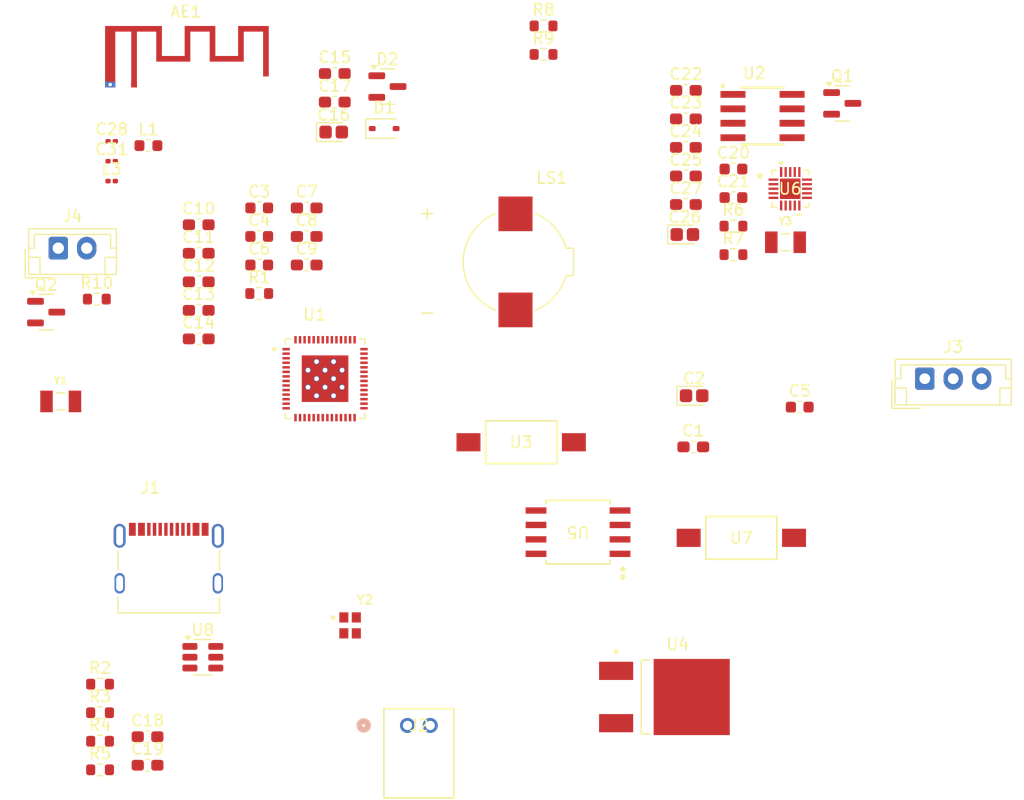
<source format=kicad_pcb>
(kicad_pcb (version 20241229) (generator "pcbnew") (generator_version "9.0")
  (layers (0 "F.Cu" signal) (2 "B.Cu" signal) (13 "F.Paste" user) (15 "B.Paste" user) (5 "F.SilkS" user "F.Silkscreen") (7 "B.SilkS" user "B.Silkscreen") (1 "F.Mask" user) (3 "B.Mask" user) (25 "Edge.Cuts" user))
  (net 0 "")
  (net 1 "VS")
  (net 2 "X1")
  (net 3 "X2")
  (net 4 "Net-(U6-1.8VOUT)")
  (net 5 "VCP")
  (net 6 "Net-(D3-A)")
  (net 7 "Net-(Q1-B)")
  (net 8 "Buzzer")
  (net 9 "SPI_WP")
  (net 14 "SPI_D")
  (net 28 "GND")
  (net 33 "VDD_SPI")
  (net 49 "MFP")
  (net 50 "SDA")
  (net 51 "SCL")
  (net 52 "WH")
  (net 53 "W")
  (net 54 "SPI_HD")
  (net 55 "SPI_CLK")
  (net 56 "SPI_Q")
  (net 57 "SPI_CS0")
  (net 59 "WL")
  (net 60 "U")
  (net 61 "DIAG")
  (net 62 "VL")
  (net 63 "VH")
  (net 64 "UH")
  (net 65 "UL")
  (net 66 "V")
  (net 67 "LNA_IN")
  (net 68 "Net-(AE1-A)")
  (net 69 "Net-(D4-A)")
  (net 70 "Net-(Q2-B)")
  (net 71 "Haptic")
  (net 72 "LED")
  (net 74 "XTAL32_P")
  (net 75 "XTAL32_N")
  (net 76 "Net-(C5-Pad2)")
  (net 77 "XTAL_N")
  (net 78 "+3.3V")
  (net 79 "XTAL_P")
  (net 80 "Net-(C12-Pad1)")
  (net 81 "Reset")
  (net 82 "Boot")
  (net 83 "+BATT")
  (net 84 "+5VA")
  (net 85 "USB_DP1")
  (net 86 "Net-(J1-CC1_B)")
  (net 87 "USB_DN1")
  (net 88 "Net-(J1-CC1_A)")
  (net 89 "USB_DN")
  (net 90 "USB_DP")
  (footprint "Package_TO_SOT_SMD:SOT-23" (layer "F.Cu") (at 126.215 41.145)
    (property "Reference" "Q2" (at 0 -2.4 0) (layer "F.SilkS"))
    (property "Value" "SS8050")
    (pad "1" smd roundrect (at -0.9375 -0.95) (size 1.475 0.6) (layers "F.Cu" "F.Mask" "F.Paste") (net 70 "Net-(Q2-B)"))
    (pad "2" smd roundrect (at -0.9375 0.95) (size 1.475 0.6) (layers "F.Cu" "F.Mask" "F.Paste") (net 28 "GND"))
    (pad "3" smd roundrect (at 0.9375 0) (size 1.475 0.6) (layers "F.Cu" "F.Mask" "F.Paste") (net 69 "Net-(D4-A)"))
  )
  (footprint "jst:CONN_S2B-PH-K-S_JST" (layer "F.Cu") (at 157.999999 77.5)
    (property "Reference" "J2" (at 1 0 0) (layer "F.SilkS"))
    (property "Value" "S2B-PH-K-SLFSN")
    (pad "1" thru_hole circle (at 0 0) (size 1.3208 1.3208) (drill 0.8128) (layers "*.Cu" "*.Mask") (net 83 "+BATT"))
    (pad "2" thru_hole circle (at 2.000001 0) (size 1.3208 1.3208) (drill 0.8128) (layers "*.Cu" "*.Mask") (net 28 "GND"))
  )
  (footprint "Capacitor_SMD:C_0603_1608Metric_Pad1.08x0.95mm_HandSolder" (layer "F.Cu") (at 135.1375 81)
    (property "Reference" "C19" (at 0 -1.43 0) (layer "F.SilkS"))
    (property "Value" "0.1 uF")
    (pad "1" smd roundrect (at -0.8625 0) (size 1.075 0.95) (layers "F.Cu" "F.Mask" "F.Paste") (net 81 "Reset"))
    (pad "2" smd roundrect (at 0.8625 0) (size 1.075 0.95) (layers "F.Cu" "F.Mask" "F.Paste") (net 28 "GND"))
  )
  (footprint "Capacitor_SMD:C_0603_1608Metric" (layer "F.Cu") (at 144.9575 34.49)
    (property "Reference" "C4" (at 0 -1.43 0) (layer "F.SilkS"))
    (property "Value" "15 pF")
    (pad "1" smd roundrect (at -0.775 0) (size 0.9 0.95) (layers "F.Cu" "F.Mask" "F.Paste") (net 75 "XTAL32_N"))
    (pad "2" smd roundrect (at 0.775 0) (size 0.9 0.95) (layers "F.Cu" "F.Mask" "F.Paste") (net 28 "GND"))
  )
  (footprint "Capacitor_SMD:C_0603_1608Metric_Pad1.08x0.95mm_HandSolder" (layer "F.Cu") (at 149.1375 37)
    (property "Reference" "C9" (at 0 -1.43 0) (layer "F.SilkS"))
    (property "Value" "0.1 uF")
    (pad "1" smd roundrect (at -0.8625 0) (size 1.075 0.95) (layers "F.Cu" "F.Mask" "F.Paste") (net 78 "+3.3V"))
    (pad "2" smd roundrect (at 0.8625 0) (size 1.075 0.95) (layers "F.Cu" "F.Mask" "F.Paste") (net 28 "GND"))
  )
  (footprint "Capacitor_SMD:C_0603_1608Metric_Pad1.08x0.95mm_HandSolder" (layer "F.Cu") (at 182.49 26.66)
    (property "Reference" "C24" (at 0 -1.43 0) (layer "F.SilkS"))
    (property "Value" "0.1 uF")
    (pad "1" smd roundrect (at -0.8625 0) (size 1.075 0.95) (layers "F.Cu" "F.Mask" "F.Paste") (net 1 "VS"))
    (pad "2" smd roundrect (at 0.8625 0) (size 1.075 0.95) (layers "F.Cu" "F.Mask" "F.Paste") (net 5 "VCP"))
  )
  (footprint "L78M05CDT_TR:VREG_L78M05CDT-TR" (layer "F.Cu") (at 180.6 75)
    (property "Reference" "U4" (at 1.175 -4.635 0) (layer "F.SilkS"))
    (property "Value" "L78M05CDT-TR")
    (pad "1" smd rect (at -4.25 -2.3) (size 3 1.6) (layers "F.Cu" "F.Mask" "F.Paste") (net 1 "VS"))
    (pad "2" smd rect (at 2.4 0) (size 6.7 6.7) (layers "F.Cu" "F.Mask") (net 28 "GND"))
    (pad "3" smd rect (at -4.25 2.3) (size 3 1.6) (layers "F.Cu" "F.Mask" "F.Paste") (net 78 "+3.3V"))
  )
  (footprint "Capacitor_SMD:C_0603_1608Metric_Pad1.08x0.95mm_HandSolder" (layer "F.Cu") (at 149.1375 34.49)
    (property "Reference" "C8" (at 0 -1.43 0) (layer "F.SilkS"))
    (property "Value" "0.1 uF")
    (pad "1" smd roundrect (at -0.8625 0) (size 1.075 0.95) (layers "F.Cu" "F.Mask" "F.Paste") (net 78 "+3.3V"))
    (pad "2" smd roundrect (at 0.8625 0) (size 1.075 0.95) (layers "F.Cu" "F.Mask" "F.Paste") (net 28 "GND"))
  )
  (footprint "Resistor_SMD:R_0603_1608Metric" (layer "F.Cu") (at 130.9575 78.89)
    (property "Reference" "R4" (at 0 -1.43 0) (layer "F.SilkS"))
    (property "Value" "5 K")
    (pad "1" smd roundrect (at -0.825 0) (size 0.8 0.95) (layers "F.Cu" "F.Mask" "F.Paste") (net 86 "Net-(J1-CC1_B)"))
    (pad "2" smd roundrect (at 0.825 0) (size 0.8 0.95) (layers "F.Cu" "F.Mask" "F.Paste") (net 28 "GND"))
  )
  (footprint "Connector_JST:JST_EH_B2B-EH-A_1x02_P2.50mm_Vertical" (layer "F.Cu") (at 127.285 35.52)
    (property "Reference" "J4" (at 1.25 -2.8 0) (layer "F.SilkS"))
    (property "Value" "Conn_01x02_Pin")
    (pad "1" thru_hole roundrect (at 0 0) (size 1.7 2) (drill 1) (layers "*.Cu" "*.Mask") (roundrect_rratio 0.147059) (net 69 "Net-(D4-A)"))
    (pad "2" thru_hole oval (at 2.5 0) (size 1.7 2) (drill 1) (layers "*.Cu" "*.Mask") (net 78 "+3.3V"))
  )
  (footprint "Capacitor_SMD:C_0603_1608Metric_Pad1.08x0.95mm_HandSolder" (layer "F.Cu") (at 135.1375 78.49)
    (property "Reference" "C18" (at 0 -1.43 0) (layer "F.SilkS"))
    (property "Value" "0.1 uF")
    (pad "1" smd roundrect (at -0.8625 0) (size 1.075 0.95) (layers "F.Cu" "F.Mask" "F.Paste") (net 82 "Boot"))
    (pad "2" smd roundrect (at 0.8625 0) (size 1.075 0.95) (layers "F.Cu" "F.Mask" "F.Paste") (net 28 "GND"))
  )
  (footprint "Capacitor_SMD:C_0603_1608Metric_Pad1.08x0.95mm_HandSolder" (layer "F.Cu") (at 182.49 21.64)
    (property "Reference" "C22" (at 0 -1.43 0) (layer "F.SilkS"))
    (property "Value" "0.1 uF")
    (pad "1" smd roundrect (at -0.8625 0) (size 1.075 0.95) (layers "F.Cu" "F.Mask" "F.Paste") (net 4 "Net-(U6-1.8VOUT)"))
    (pad "2" smd roundrect (at 0.8625 0) (size 1.075 0.95) (layers "F.Cu" "F.Mask" "F.Paste") (net 28 "GND"))
  )
  (footprint "Capacitor_Tantalum_SMD:CP_EIA-1608-08_AVX-J" (layer "F.Cu") (at 151.51 25.31)
    (property "Reference" "C16" (at 0 -1.52 0) (layer "F.SilkS"))
    (property "Value" "10 uF")
    (pad "1" smd roundrect (at -0.715 0) (size 1.09 1.13) (layers "F.Cu" "F.Mask" "F.Paste") (roundrect_rratio 0.229358) (net 78 "+3.3V"))
    (pad "2" smd roundrect (at 0.715 0) (size 1.09 1.13) (layers "F.Cu" "F.Mask" "F.Paste") (roundrect_rratio 0.229358) (net 28 "GND"))
  )
  (footprint "Resistor_SMD:R_0603_1608Metric" (layer "F.Cu") (at 130.9575 81.4)
    (property "Reference" "R5" (at 0 -1.43 0) (layer "F.SilkS"))
    (property "Value" "5 K")
    (pad "1" smd roundrect (at -0.825 0) (size 0.8 0.95) (layers "F.Cu" "F.Mask" "F.Paste") (net 28 "GND"))
    (pad "2" smd roundrect (at 0.825 0) (size 0.8 0.95) (layers "F.Cu" "F.Mask" "F.Paste") (net 88 "Net-(J1-CC1_A)"))
  )
  (footprint "Package_TO_SOT_SMD:SOT-23-6" (layer "F.Cu") (at 140 71.5)
    (property "Reference" "U8" (at 0 -2.4 0) (layer "F.SilkS"))
    (property "Value" "USBLC6-2SC6")
    (pad "1" smd roundrect (at -1.1375 -0.95) (size 1.325 0.6) (layers "F.Cu" "F.Mask" "F.Paste") (net 90 "USB_DP"))
    (pad "2" smd roundrect (at -1.1375 0) (size 1.325 0.6) (layers "F.Cu" "F.Mask" "F.Paste") (net 28 "GND"))
    (pad "3" smd roundrect (at -1.1375 0.95) (size 1.325 0.6) (layers "F.Cu" "F.Mask" "F.Paste") (net 89 "USB_DN"))
    (pad "4" smd roundrect (at 1.1375 0.95) (size 1.325 0.6) (layers "F.Cu" "F.Mask" "F.Paste") (net 87 "USB_DN1"))
    (pad "5" smd roundrect (at 1.1375 0) (size 1.325 0.6) (layers "F.Cu" "F.Mask" "F.Paste") (net 84 "+5VA"))
    (pad "6" smd roundrect (at 1.1375 -0.95) (size 1.325 0.6) (layers "F.Cu" "F.Mask" "F.Paste") (net 85 "USB_DP1"))
  )
  (footprint "CX2016DB40000D0FLJCC:OSC_CX2016DB40000D0FLJCC" (layer "F.Cu") (at 152.95 68.7)
    (property "Reference" "Y2" (at 1.3 -2.25 0) (layer "F.SilkS") (effects (font (size 0.787402 0.787402))))
    (property "Value" "CX2016DB40000D0FLJCC")
    (pad "1" smd rect (at -0.55 -0.7) (size 0.8 0.9) (layers "F.Cu" "F.Mask" "F.Paste") (net 76 "Net-(C5-Pad2)"))
    (pad "2" smd rect (at -0.55 0.7) (size 0.8 0.9) (layers "F.Cu" "F.Mask" "F.Paste") (net 28 "GND"))
    (pad "3" smd rect (at 0.55 0.7) (size 0.8 0.9) (layers "F.Cu" "F.Mask" "F.Paste") (net 77 "XTAL_N"))
    (pad "4" smd rect (at 0.55 -0.7) (size 0.8 0.9) (layers "F.Cu" "F.Mask" "F.Paste"))
  )
  (footprint "mx flash:SOP8_200MIL_MAC-M" (layer "F.Cu") (at 173 60.5 180)
    (property "Reference" "U5" (at 0 0 180) (layer "F.SilkS"))
    (property "Value" "MX25L6433FM2I-08Q")
    (fp_text user "*" (at -3.9497 -3.6068 0) (layer "F.SilkS"))
    (fp_text user "*" (at -3.9497 -3.6068 180) (layer "F.SilkS"))
    (pad "1" smd rect (at -3.6957 -1.905 180) (size 1.8288 0.5588) (layers "F.Cu" "F.Mask" "F.Paste") (net 57 "SPI_CS0"))
    (pad "2" smd rect (at -3.6957 -0.635 180) (size 1.8288 0.5588) (layers "F.Cu" "F.Mask" "F.Paste") (net 56 "SPI_Q"))
    (pad "3" smd rect (at -3.6957 0.635 180) (size 1.8288 0.5588) (layers "F.Cu" "F.Mask" "F.Paste") (net 9 "SPI_WP"))
    (pad "4" smd rect (at -3.6957 1.905 180) (size 1.8288 0.5588) (layers "F.Cu" "F.Mask" "F.Paste") (net 28 "GND"))
    (pad "5" smd rect (at 3.6957 1.905 180) (size 1.8288 0.5588) (layers "F.Cu" "F.Mask" "F.Paste") (net 14 "SPI_D"))
    (pad "6" smd rect (at 3.6957 0.635 180) (size 1.8288 0.5588) (layers "F.Cu" "F.Mask" "F.Paste") (net 55 "SPI_CLK"))
    (pad "7" smd rect (at 3.6957 -0.635 180) (size 1.8288 0.5588) (layers "F.Cu" "F.Mask" "F.Paste") (net 54 "SPI_HD"))
    (pad "8" smd rect (at 3.6957 -1.905 180) (size 1.8288 0.5588) (layers "F.Cu" "F.Mask" "F.Paste") (net 33 "VDD_SPI"))
  )
  (footprint "12402012E212A:AMPHENOL_12402012E212A" (layer "F.Cu") (at 137 65)
    (property "Reference" "J1" (at -1.62 -8.405 0) (layer "F.SilkS"))
    (property "Value" "12402012E212A")
    (pad "" np_thru_hole circle (at -2.89 -3.68) (size 0.65 0.65) (drill 0.65) (layers "*.Cu" "*.Mask"))
    (pad "" np_thru_hole circle (at 2.89 -3.68) (size 0.65 0.65) (drill 0.65) (layers "*.Cu" "*.Mask"))
    (pad "A1_B12" smd rect (at -3.2 -4.75) (size 0.6 1.14) (layers "F.Cu" "F.Mask" "F.Paste") (net 28 "GND"))
    (pad "A4_B9" smd rect (at -2.4 -4.75) (size 0.6 1.14) (layers "F.Cu" "F.Mask" "F.Paste") (net 84 "+5VA"))
    (pad "A5" smd rect (at -1.25 -4.75) (size 0.3 1.14) (layers "F.Cu" "F.Mask" "F.Paste") (net 88 "Net-(J1-CC1_A)"))
    (pad "A6" smd rect (at -0.25 -4.75) (size 0.3 1.14) (layers "F.Cu" "F.Mask" "F.Paste") (net 85 "USB_DP1"))
    (pad "A7" smd rect (at 0.25 -4.75) (size 0.3 1.14) (layers "F.Cu" "F.Mask" "F.Paste") (net 87 "USB_DN1"))
    (pad "A8" smd rect (at 1.25 -4.75) (size 0.3 1.14) (layers "F.Cu" "F.Mask" "F.Paste"))
    (pad "B1_A12" smd rect (at 3.2 -4.75) (size 0.6 1.14) (layers "F.Cu" "F.Mask" "F.Paste") (net 28 "GND"))
    (pad "B4_A9" smd rect (at 2.4 -4.75) (size 0.6 1.14) (layers "F.Cu" "F.Mask" "F.Paste") (net 84 "+5VA"))
    (pad "B5" smd rect (at 1.75 -4.75) (size 0.3 1.14) (layers "F.Cu" "F.Mask" "F.Paste") (net 86 "Net-(J1-CC1_B)"))
    (pad "B6" smd rect (at 0.75 -4.75) (size 0.3 1.14) (layers "F.Cu" "F.Mask" "F.Paste") (net 85 "USB_DP1"))
    (pad "B7" smd rect (at -0.75 -4.75) (size 0.3 1.14) (layers "F.Cu" "F.Mask" "F.Paste") (net 87 "USB_DN1"))
    (pad "B8" smd rect (at -1.75 -4.75) (size 0.3 1.14) (layers "F.Cu" "F.Mask" "F.Paste"))
    (pad "SH1" thru_hole oval (at -4.32 -4.18) (size 1.05 2.1) (drill oval 0.6 1.7) (layers "*.Cu" "*.Mask"))
    (pad "SH2" thru_hole oval (at 4.32 -4.18) (size 1.05 2.1) (drill oval 0.6 1.7) (layers "*.Cu" "*.Mask"))
    (pad "SH3" thru_hole oval (at -4.32 0) (size 0.9 1.8) (drill oval 0.6 1.4) (layers "*.Cu" "*.Mask"))
    (pad "SH4" thru_hole oval (at 4.32 0) (size 0.9 1.8) (drill oval 0.6 1.4) (layers "*.Cu" "*.Mask"))
  )
  (footprint "Capacitor_SMD:C_0603_1608Metric" (layer "F.Cu") (at 192.5 49.5)
    (property "Reference" "C5" (at 0 -1.43 0) (layer "F.SilkS"))
    (property "Value" "6 pF")
    (pad "1" smd roundrect (at -0.775 0) (size 0.9 0.95) (layers "F.Cu" "F.Mask" "F.Paste") (net 28 "GND"))
    (pad "2" smd roundrect (at 0.775 0) (size 0.9 0.95) (layers "F.Cu" "F.Mask" "F.Paste") (net 76 "Net-(C5-Pad2)"))
  )
  (footprint "tcm6300:21-100586_K2033&plus_1C_ADI-M" (layer "F.Cu") (at 191.6642 30.2942)
    (property "Reference" "U6" (at 0 0 0) (layer "F.SilkS"))
    (property "Value" "TMC6300-LA-T")
    (fp_text user "*" (at -2.6924 -0.8 0) (layer "F.SilkS"))
    (fp_text user "*" (at -2.6924 -0.8 0) (layer "F.SilkS"))
    (pad "1" smd rect (at -1.4732 -0.800001 90) (size 0.2032 0.8636) (layers "F.Cu" "F.Mask" "F.Paste") (net 53 "W"))
    (pad "2" smd rect (at -1.4732 -0.399999 90) (size 0.2032 0.8636) (layers "F.Cu" "F.Mask" "F.Paste") (net 5 "VCP"))
    (pad "3" smd rect (at -1.4732 0 90) (size 0.2032 0.8636) (layers "F.Cu" "F.Mask" "F.Paste") (net 64 "UH"))
    (pad "4" smd rect (at -1.4732 0.399999 90) (size 0.2032 0.8636) (layers "F.Cu" "F.Mask" "F.Paste") (net 63 "VH"))
    (pad "5" smd rect (at -1.4732 0.800001 90) (size 0.2032 0.8636) (layers "F.Cu" "F.Mask" "F.Paste") (net 52 "WH"))
    (pad "6" smd rect (at -0.800001 1.4732) (size 0.2032 0.8636) (layers "F.Cu" "F.Mask" "F.Paste") (net 65 "UL"))
    (pad "7" smd rect (at -0.399999 1.4732) (size 0.2032 0.8636) (layers "F.Cu" "F.Mask" "F.Paste") (net 59 "WL"))
    (pad "8" smd rect (at 0 1.4732) (size 0.2032 0.8636) (layers "F.Cu" "F.Mask" "F.Paste") (net 28 "GND"))
    (pad "9" smd rect (at 0.399999 1.4732) (size 0.2032 0.8636) (layers "F.Cu" "F.Mask" "F.Paste") (net 28 "GND"))
    (pad "10" smd rect (at 0.800001 1.4732) (size 0.2032 0.8636) (layers "F.Cu" "F.Mask" "F.Paste") (net 62 "VL"))
    (pad "11" smd rect (at 1.4732 0.800001 90) (size 0.2032 0.8636) (layers "F.Cu" "F.Mask" "F.Paste") (net 78 "+3.3V"))
    (pad "12" smd rect (at 1.4732 0.399999 90) (size 0.2032 0.8636) (layers "F.Cu" "F.Mask" "F.Paste") (net 61 "DIAG"))
    (pad "13" smd rect (at 1.4732 0 90) (size 0.2032 0.8636) (layers "F.Cu" "F.Mask" "F.Paste") (net 4 "Net-(U6-1.8VOUT)"))
    (pad "14" smd rect (at 1.4732 -0.399999 90) (size 0.2032 0.8636) (layers "F.Cu" "F.Mask" "F.Paste") (net 28 "GND"))
    (pad "15" smd rect (at 1.4732 -0.800001 90) (size 0.2032 0.8636) (layers "F.Cu" "F.Mask" "F.Paste") (net 60 "U"))
    (pad "16" smd rect (at 0.800001 -1.4732) (size 0.2032 0.8636) (layers "F.Cu" "F.Mask" "F.Paste") (net 28 "GND"))
    (pad "17" smd rect (at 0.399999 -1.4732) (size 0.2032 0.8636) (layers "F.Cu" "F.Mask" "F.Paste") (net 66 "V"))
    (pad "18" smd rect (at 0 -1.4732) (size 0.2032 0.8636) (layers "F.Cu" "F.Mask" "F.Paste") (net 1 "VS"))
    (pad "19" smd rect (at -0.399999 -1.4732) (size 0.2032 0.8636) (layers "F.Cu" "F.Mask" "F.Paste"))
    (pad "20" smd rect (at -0.800001 -1.4732) (size 0.2032 0.8636) (layers "F.Cu" "F.Mask" "F.Paste") (net 28 "GND"))
    (pad "21" smd rect (at 0 0) (size 1.8034 1.8034) (layers "F.Cu" "F.Mask" "F.Paste") (net 28 "GND"))
  )
  (footprint "Capacitor_SMD:C_0603_1608Metric_Pad1.08x0.95mm_HandSolder" (layer "F.Cu") (at 182.49 29.17)
    (property "Reference" "C25" (at 0 -1.43 0) (layer "F.SilkS"))
    (property "Value" "0.1 uF")
    (pad "1" smd roundrect (at -0.8625 0) (size 1.075 0.95) (layers "F.Cu" "F.Mask" "F.Paste") (net 1 "VS"))
    (pad "2" smd roundrect (at 0.8625 0) (size 1.075 0.95) (layers "F.Cu" "F.Mask" "F.Paste") (net 28 "GND"))
  )
  (footprint "MCP7940MT_I_SN:SOIC127P600X175-8N" (layer "F.Cu") (at 189.2285 23.8985)
    (property "Reference" "U2" (at -0.732 -3.77031 0) (layer "F.SilkS") (effects (font (size 1.00274 1.00274))))
    (property "Value" "MCP7940MT-I_SN")
    (pad "1" smd rect (at -2.6 -1.905) (size 2.2 0.6) (layers "F.Cu" "F.Mask" "F.Paste") (net 2 "X1"))
    (pad "2" smd rect (at -2.6 -0.635) (size 2.2 0.6) (layers "F.Cu" "F.Mask" "F.Paste") (net 3 "X2"))
    (pad "3" smd rect (at -2.6 0.635) (size 2.2 0.6) (layers "F.Cu" "F.Mask" "F.Paste"))
    (pad "4" smd rect (at -2.6 1.905) (size 2.2 0.6) (layers "F.Cu" "F.Mask" "F.Paste") (net 28 "GND"))
    (pad "5" smd rect (at 2.6 1.905) (size 2.2 0.6) (layers "F.Cu" "F.Mask" "F.Paste") (net 50 "SDA"))
    (pad "6" smd rect (at 2.6 0.635) (size 2.2 0.6) (layers "F.Cu" "F.Mask" "F.Paste") (net 51 "SCL"))
    (pad "7" smd rect (at 2.6 -0.635) (size 2.2 0.6) (layers "F.Cu" "F.Mask" "F.Paste") (net 49 "MFP"))
    (pad "8" smd rect (at 2.6 -1.905) (size 2.2 0.6) (layers "F.Cu" "F.Mask" "F.Paste") (net 78 "+3.3V"))
  )
  (footprint "Diode_SMD:D_SOD-323" (layer "F.Cu") (at 155.95 25)
    (property "Reference" "D1" (at 0 -1.85 0) (layer "F.SilkS"))
    (property "Value" "SD03_SOD323")
    (pad "1" smd roundrect (at -1.05 0) (size 0.6 0.45) (layers "F.Cu" "F.Mask" "F.Paste") (net 28 "GND"))
    (pad "2" smd roundrect (at 1.05 0) (size 0.6 0.45) (layers "F.Cu" "F.Mask" "F.Paste") (net 78 "+3.3V"))
  )
  (footprint "Capacitor_SMD:C_0603_1608Metric_Pad1.08x0.95mm_HandSolder" (layer "F.Cu") (at 139.6375 40.99)
    (property "Reference" "C13" (at 0 -1.43 0) (layer "F.SilkS"))
    (property "Value" "10 nF")
    (pad "1" smd roundrect (at -0.8625 0) (size 1.075 0.95) (layers "F.Cu" "F.Mask" "F.Paste") (net 78 "+3.3V"))
    (pad "2" smd roundrect (at 0.8625 0) (size 1.075 0.95) (layers "F.Cu" "F.Mask" "F.Paste") (net 28 "GND"))
  )
  (footprint "FSMSMTR:SWITCH_FSMSMTR_TYC" (layer "F.Cu") (at 182.729 61)
    (property "Reference" "U7" (at 4.6355 0 0) (layer "F.SilkS"))
    (property "Value" "FSMSMTR")
    (pad "1" smd rect (at 0 0) (size 2.1082 1.6002) (layers "F.Cu" "F.Mask" "F.Paste") (net 28 "GND"))
    (pad "2" smd rect (at 9.271 0) (size 2.1082 1.6002) (layers "F.Cu" "F.Mask" "F.Paste") (net 81 "Reset"))
  )
  (footprint "FSMSMTR:SWITCH_FSMSMTR_TYC" (layer "F.Cu") (at 163.3645 52.589799)
    (property "Reference" "U3" (at 4.6355 0 0) (layer "F.SilkS"))
    (property "Value" "FSMSMTR")
    (pad "1" smd rect (at 0 0) (size 2.1082 1.6002) (layers "F.Cu" "F.Mask" "F.Paste") (net 28 "GND"))
    (pad "2" smd rect (at 9.271 0) (size 2.1082 1.6002) (layers "F.Cu" "F.Mask" "F.Paste") (net 82 "Boot"))
  )
  (footprint "Capacitor_SMD:C_0603_1608Metric_Pad1.08x0.95mm_HandSolder" (layer "F.Cu") (at 139.6375 38.48)
    (property "Reference" "C12" (at 0 -1.43 0) (layer "F.SilkS"))
    (property "Value" "0.1 uF")
    (pad "1" smd roundrect (at -0.8625 0) (size 1.075 0.95) (layers "F.Cu" "F.Mask" "F.Paste") (net 80 "Net-(C12-Pad1)"))
    (pad "2" smd roundrect (at 0.8625 0) (size 1.075 0.95) (layers "F.Cu" "F.Mask" "F.Paste") (net 28 "GND"))
  )
  (footprint "Resistor_SMD:R_0603_1608Metric" (layer "F.Cu") (at 144.9575 39.51)
    (property "Reference" "R1" (at 0 -1.43 0) (layer "F.SilkS"))
    (property "Value" "0")
    (pad "1" smd roundrect (at -0.825 0) (size 0.8 0.95) (layers "F.Cu" "F.Mask" "F.Paste") (net 76 "Net-(C5-Pad2)"))
    (pad "2" smd roundrect (at 0.825 0) (size 0.8 0.95) (layers "F.Cu" "F.Mask" "F.Paste") (net 79 "XTAL_P"))
  )
  (footprint "Capacitor_SMD:C_0603_1608Metric_Pad1.08x0.95mm_HandSolder" (layer "F.Cu") (at 139.6375 43.5)
    (property "Reference" "C14" (at 0 -1.43 0) (layer "F.SilkS"))
    (property "Value" "1 uF")
    (pad "1" smd roundrect (at -0.8625 0) (size 1.075 0.95) (layers "F.Cu" "F.Mask" "F.Paste") (net 78 "+3.3V"))
    (pad "2" smd roundrect (at 0.8625 0) (size 1.075 0.95) (layers "F.Cu" "F.Mask" "F.Paste") (net 28 "GND"))
  )
  (footprint "Capacitor_SMD:C_0603_1608Metric_Pad1.08x0.95mm_HandSolder" (layer "F.Cu") (at 149.1375 31.98)
    (property "Reference" "C7" (at 0 -1.43 0) (layer "F.SilkS"))
    (property "Value" "0.1 uF")
    (pad "1" smd roundrect (at -0.8625 0) (size 1.075 0.95) (layers "F.Cu" "F.Mask" "F.Paste") (net 33 "VDD_SPI"))
    (pad "2" smd roundrect (at 0.8625 0) (size 1.075 0.95) (layers "F.Cu" "F.Mask" "F.Paste") (net 28 "GND"))
  )
  (footprint "Inductor_SMD:L_0603_1608Metric" (layer "F.Cu") (at 135.2125 26.5)
    (property "Reference" "L1" (at 0 -1.43 0) (layer "F.SilkS"))
    (property "Value" "2.0 nH")
    (pad "1" smd roundrect (at -0.7875 0) (size 0.875 0.95) (layers "F.Cu" "F.Mask" "F.Paste") (net 78 "+3.3V"))
    (pad "2" smd roundrect (at 0.7875 0) (size 0.875 0.95) (layers "F.Cu" "F.Mask" "F.Paste") (net 80 "Net-(C12-Pad1)"))
  )
  (footprint "Resistor_SMD:R_0603_1608Metric" (layer "F.Cu") (at 186.67 36.09)
    (property "Reference" "R7" (at 0 -1.43 0) (layer "F.SilkS"))
    (property "Value" "10K")
    (pad "1" smd roundrect (at -0.825 0) (size 0.8 0.95) (layers "F.Cu" "F.Mask" "F.Paste") (net 50 "SDA"))
    (pad "2" smd roundrect (at 0.825 0) (size 0.8 0.95) (layers "F.Cu" "F.Mask" "F.Paste") (net 78 "+3.3V"))
  )
  (footprint "SMTB_0927_TW_R(1):XDCR_SMTB-0927-TW-R" (layer "F.Cu") (at 167.5 36.725)
    (property "Reference" "LS1" (at 3.175 -7.385 0) (layer "F.SilkS"))
    (property "Value" "SMTB-0927-TW-R")
    (pad "N" smd rect (at 0 4.225) (size 3 3.05) (layers "F.Cu" "F.Mask" "F.Paste") (net 6 "Net-(D3-A)"))
    (pad "P" smd rect (at 0 -4.225) (size 3 3.05) (layers "F.Cu" "F.Mask" "F.Paste") (net 78 "+3.3V"))
  )
  (footprint "Capacitor_Tantalum_SMD:CP_EIA-1608-08_AVX-J" (layer "F.Cu") (at 183.215 48.5)
    (property "Reference" "C2" (at 0 -1.52 0) (layer "F.SilkS"))
    (property "Value" "10 uF")
    (pad "1" smd roundrect (at -0.715 0) (size 1.09 1.13) (layers "F.Cu" "F.Mask" "F.Paste") (roundrect_rratio 0.229358) (net 78 "+3.3V"))
    (pad "2" smd roundrect (at 0.715 0) (size 1.09 1.13) (layers "F.Cu" "F.Mask" "F.Paste") (roundrect_rratio 0.229358) (net 28 "GND"))
  )
  (footprint "Capacitor_SMD:C_0603_1608Metric_Pad1.08x0.95mm_HandSolder" (layer "F.Cu") (at 151.605 20.16)
    (property "Reference" "C15" (at 0 -1.43 0) (layer "F.SilkS"))
    (property "Value" "0.1 uF")
    (pad "1" smd roundrect (at -0.8625 0) (size 1.075 0.95) (layers "F.Cu" "F.Mask" "F.Paste") (net 78 "+3.3V"))
    (pad "2" smd roundrect (at 0.8625 0) (size 1.075 0.95) (layers "F.Cu" "F.Mask" "F.Paste") (net 28 "GND"))
  )
  (footprint "Inductor_SMD:L_0201_0603Metric" (layer "F.Cu") (at 131.9825 29.62)
    (property "Reference" "L3" (at 0 -1.05 0) (layer "F.SilkS"))
    (property "Value" "2.4 nH")
    (pad "1" smd roundrect (at -0.32 0) (size 0.46 0.4) (layers "F.Cu" "F.Mask") (net 68 "Net-(AE1-A)"))
    (pad "2" smd roundrect (at 0.32 0) (size 0.46 0.4) (layers "F.Cu" "F.Mask") (net 67 "LNA_IN"))
  )
  (footprint "RF_Antenna:Texas_SWRA117D_2.4GHz_Right" (layer "F.Cu") (at 133.95 21.125)
    (property "Reference" "AE1" (at 4.55 -6.41 0) (layer "F.SilkS"))
    (property "Value" "Antenna_Shield")
    (fp_poly (pts (xy 2.45 -2.51) (xy 4.45 -2.51) (xy 4.45 -5.15) (xy 7.15 -5.15) (xy 7.15 -2.51) (xy 9.15 -2.51) (xy 9.15 -5.15) (xy 11.85 -5.15) (xy 11.85 -0.71) (xy 11.35 -0.71) (xy 11.35 -4.65) (xy 9.65 -4.65) (xy 9.65 -2.01) (xy 6.65 -2.01) (xy 6.65 -4.65) (xy 4.95 -4.65) (xy 4.95 -2.01) (xy 1.95 -2.01) (xy 1.95 -4.65) (xy 0.25 -4.65) (xy 0.25 0.25) (xy -0.25 0.25) (xy -0.25 -4.65) (xy -1.65 -4.65) (xy -1.65 0.25) (xy -2.55 0.25) (xy -2.55 0.006785) (xy -2.247583 0.006785) (xy -2.237742 0.054395) (xy -2.213674 0.096797) (xy -2.175731 0.129581) (xy -2.167819 0.133935) (xy -2.125156 0.146043) (xy -2.076637 0.1453) (xy -2.031122 0.1324) (xy -2.012511 0.121787) (xy -1.978868 0.086553) (xy -1.958309 0.041368) (xy -1.951778 -0.008158) (xy -1.960218 -0.056417) (xy -1.977112 -0.088643) (xy -2.012372 -0.121313) (xy -2.057682 -0.141408) (xy -2.107267 -0.147982) (xy -2.155353 -0.140092) (xy -2.188245 -0.123186) (xy -2.223185 -0.086416) (xy -2.242847 -0.041622) (xy -2.247583 0.006785) (xy -2.55 0.006785) (xy -2.55 -5.15) (xy 2.45 -5.15) (xy 2.45 -2.51)) (fill yes) (layer "F.Cu"))
    (pad "1" connect rect (at 0 0) (size 0.5 0.5) (layers "F.Cu") (net 68 "Net-(AE1-A)"))
    (pad "2" thru_hole rect (at -2.1 0) (size 0.9 0.5) (drill 0.3) (layers "*.Cu") (net 28 "GND"))
  )
  (footprint "Capacitor_SMD:C_0603_1608Metric" (layer "F.Cu") (at 186.67 28.56)
    (property "Reference" "C20" (at 0 -1.43 0) (layer "F.SilkS"))
    (property "Value" "15 pF")
    (pad "1" smd roundrect (at -0.775 0) (size 0.9 0.95) (layers "F.Cu" "F.Mask" "F.Paste") (net 2 "X1"))
    (pad "2" smd roundrect (at 0.775 0) (size 0.9 0.95) (layers "F.Cu" "F.Mask" "F.Paste") (net 28 "GND"))
  )
  (footprint "Package_TO_SOT_SMD:SOT-23" (layer "F.Cu") (at 156.235 21.305)
    (property "Reference" "D2" (at 0 -2.4 0) (layer "F.SilkS"))
    (property "Value" "BAT54C")
    (pad "1" smd roundrect (at -0.9375 -0.95) (size 1.475 0.6) (layers "F.Cu" "F.Mask" "F.Paste") (net 83 "+BATT"))
    (pad "2" smd roundrect (at -0.9375 0.95) (size 1.475 0.6) (layers "F.Cu" "F.Mask" "F.Paste") (net 84 "+5VA"))
    (pad "3" smd roundrect (at 0.9375 0) (size 1.475 0.6) (layers "F.Cu" "F.Mask" "F.Paste") (net 1 "VS"))
  )
  (footprint "Resistor_SMD:R_0603_1608Metric" (layer "F.Cu") (at 130.9575 73.87)
    (property "Reference" "R2" (at 0 -1.43 0) (layer "F.SilkS"))
    (property "Value" "5 K")
    (pad "1" smd roundrect (at -0.825 0) (size 0.8 0.95) (layers "F.Cu" "F.Mask" "F.Paste") (net 78 "+3.3V"))
    (pad "2" smd roundrect (at 0.825 0) (size 0.8 0.95) (layers "F.Cu" "F.Mask" "F.Paste") (net 82 "Boot"))
  )
  (footprint "Resistor_SMD:R_0603_1608Metric" (layer "F.Cu") (at 169.9675 15.97)
    (property "Reference" "R8" (at 0 -1.43 0) (layer "F.SilkS"))
    (property "Value" "10K")
    (pad "1" smd roundrect (at -0.825 0) (size 0.8 0.95) (layers "F.Cu" "F.Mask" "F.Paste") (net 51 "SCL"))
    (pad "2" smd roundrect (at 0.825 0) (size 0.8 0.95) (layers "F.Cu" "F.Mask" "F.Paste") (net 78 "+3.3V"))
  )
  (footprint "Resistor_SMD:R_0603_1608Metric" (layer "F.Cu") (at 186.67 33.58)
    (property "Reference" "R6" (at 0 -1.43 0) (layer "F.SilkS"))
    (property "Value" "5 K")
    (pad "1" smd roundrect (at -0.825 0) (size 0.8 0.95) (layers "F.Cu" "F.Mask" "F.Paste") (net 7 "Net-(Q1-B)"))
    (pad "2" smd roundrect (at 0.825 0) (size 0.8 0.95) (layers "F.Cu" "F.Mask" "F.Paste") (net 8 "Buzzer"))
  )
  (footprint "Capacitor_SMD:C_0603_1608Metric_Pad1.08x0.95mm_HandSolder" (layer "F.Cu") (at 139.6375 33.46)
    (property "Reference" "C10" (at 0 -1.43 0) (layer "F.SilkS"))
    (property "Value" "0.1 uF")
    (pad "1" smd roundrect (at -0.8625 0) (size 1.075 0.95) (layers "F.Cu" "F.Mask" "F.Paste") (net 78 "+3.3V"))
    (pad "2" smd roundrect (at 0.8625 0) (size 1.075 0.95) (layers "F.Cu" "F.Mask" "F.Paste") (net 28 "GND"))
  )
  (footprint "Capacitor_SMD:C_0603_1608Metric_Pad1.08x0.95mm_HandSolder" (layer "F.Cu") (at 139.6375 35.97)
    (property "Reference" "C11" (at 0 -1.43 0) (layer "F.SilkS"))
    (property "Value" "1 uF")
    (pad "1" smd roundrect (at -0.8625 0) (size 1.075 0.95) (layers "F.Cu" "F.Mask" "F.Paste") (net 78 "+3.3V"))
    (pad "2" smd roundrect (at 0.8625 0) (size 1.075 0.95) (layers "F.Cu" "F.Mask" "F.Paste") (net 28 "GND"))
  )
  (footprint "Capacitor_SMD:C_0201_0603Metric" (layer "F.Cu") (at 131.9825 26.12)
    (property "Reference" "C28" (at 0 -1.05 0) (layer "F.SilkS"))
    (property "Value" "1.8 pF")
    (pad "1" smd roundrect (at -0.32 0) (size 0.46 0.4) (layers "F.Cu" "F.Mask") (net 28 "GND"))
    (pad "2" smd roundrect (at 0.32 0) (size 0.46 0.4) (layers "F.Cu" "F.Mask") (net 68 "Net-(AE1-A)"))
  )
  (footprint "Resistor_SMD:R_0603_1608Metric" (layer "F.Cu") (at 130.675 40)
    (property "Reference" "R10" (at 0 -1.43 0) (layer "F.SilkS"))
    (property "Value" "5 K")
    (pad "1" smd roundrect (at -0.825 0) (size 0.8 0.95) (layers "F.Cu" "F.Mask" "F.Paste") (net 70 "Net-(Q2-B)"))
    (pad "2" smd roundrect (at 0.825 0) (size 0.8 0.95) (layers "F.Cu" "F.Mask" "F.Paste") (net 71 "Haptic"))
  )
  (footprint "ESP32_S3:IC_ESP32-S3" (layer "F.Cu") (at 150.75 47)
    (property "Reference" "U1" (at -0.925 -5.635 0) (layer "F.SilkS"))
    (property "Value" "ESP32-S3")
    (pad "1" smd rect (at -3.425 -2.6) (size 0.65 0.22) (layers "F.Cu" "F.Paste") (net 67 "LNA_IN"))
    (pad "2" smd rect (at -3.425 -2.2) (size 0.65 0.22) (layers "F.Cu" "F.Paste") (net 78 "+3.3V"))
    (pad "3" smd rect (at -3.425 -1.8) (size 0.65 0.22) (layers "F.Cu" "F.Paste") (net 78 "+3.3V"))
    (pad "4" smd rect (at -3.425 -1.4) (size 0.65 0.22) (layers "F.Cu" "F.Paste") (net 81 "Reset"))
    (pad "5" smd rect (at -3.425 -1) (size 0.65 0.22) (layers "F.Cu" "F.Paste") (net 82 "Boot"))
    (pad "6" smd rect (at -3.425 -0.6) (size 0.65 0.22) (layers "F.Cu" "F.Paste") (net 72 "LED"))
    (pad "7" smd rect (at -3.425 -0.2) (size 0.65 0.22) (layers "F.Cu" "F.Paste") (net 51 "SCL"))
    (pad "8" smd rect (at -3.425 0.2) (size 0.65 0.22) (layers "F.Cu" "F.Paste") (net 50 "SDA"))
    (pad "9" smd rect (at -3.425 0.6) (size 0.65 0.22) (layers "F.Cu" "F.Paste") (net 49 "MFP"))
    (pad "10" smd rect (at -3.425 1) (size 0.65 0.22) (layers "F.Cu" "F.Paste"))
    (pad "11" smd rect (at -3.425 1.4) (size 0.65 0.22) (layers "F.Cu" "F.Paste"))
    (pad "12" smd rect (at -3.425 1.8) (size 0.65 0.22) (layers "F.Cu" "F.Paste"))
    (pad "13" smd rect (at -3.425 2.2) (size 0.65 0.22) (layers "F.Cu" "F.Paste"))
    (pad "14" smd rect (at -3.425 2.6) (size 0.65 0.22) (layers "F.Cu" "F.Paste"))
    (pad "15" smd rect (at -2.6 3.425) (size 0.22 0.65) (layers "F.Cu" "F.Paste"))
    (pad "16" smd rect (at -2.2 3.425) (size 0.22 0.65) (layers "F.Cu" "F.Paste"))
    (pad "17" smd rect (at -1.8 3.425) (size 0.22 0.65) (layers "F.Cu" "F.Paste"))
    (pad "18" smd rect (at -1.4 3.425) (size 0.22 0.65) (layers "F.Cu" "F.Paste"))
    (pad "19" smd rect (at -1 3.425) (size 0.22 0.65) (layers "F.Cu" "F.Paste"))
    (pad "20" smd rect (at -0.6 3.425) (size 0.22 0.65) (layers "F.Cu" "F.Paste") (net 78 "+3.3V"))
    (pad "21" smd rect (at -0.2 3.425) (size 0.22 0.65) (layers "F.Cu" "F.Paste") (net 74 "XTAL32_P"))
    (pad "22" smd rect (at 0.2 3.425) (size 0.22 0.65) (layers "F.Cu" "F.Paste") (net 75 "XTAL32_N"))
    (pad "23" smd rect (at 0.6 3.425) (size 0.22 0.65) (layers "F.Cu" "F.Paste"))
    (pad "24" smd rect (at 1 3.425) (size 0.22 0.65) (layers "F.Cu" "F.Paste"))
    (pad "25" smd rect (at 1.4 3.425) (size 0.22 0.65) (layers "F.Cu" "F.Paste") (net 89 "USB_DN"))
    (pad "26" smd rect (at 1.8 3.425) (size 0.22 0.65) (layers "F.Cu" "F.Paste") (net 90 "USB_DP"))
    (pad "27" smd rect (at 2.2 3.425) (size 0.22 0.65) (layers "F.Cu" "F.Paste"))
    (pad "28" smd rect (at 2.6 3.425) (size 0.22 0.65) (layers "F.Cu" "F.Paste"))
    (pad "29" smd rect (at 3.425 2.6) (size 0.65 0.22) (layers "F.Cu" "F.Paste") (net 33 "VDD_SPI"))
    (pad "30" smd rect (at 3.425 2.2) (size 0.65 0.22) (layers "F.Cu" "F.Paste") (net 54 "SPI_HD"))
    (pad "31" smd rect (at 3.425 1.8) (size 0.65 0.22) (layers "F.Cu" "F.Paste") (net 9 "SPI_WP"))
    (pad "32" smd rect (at 3.425 1.4) (size 0.65 0.22) (layers "F.Cu" "F.Paste") (net 57 "SPI_CS0"))
    (pad "33" smd rect (at 3.425 1) (size 0.65 0.22) (layers "F.Cu" "F.Paste") (net 55 "SPI_CLK"))
    (pad "34" smd rect (at 3.425 0.6) (size 0.65 0.22) (layers "F.Cu" "F.Paste") (net 56 "SPI_Q"))
    (pad "35" smd rect (at 3.425 0.2) (size 0.65 0.22) (layers "F.Cu" "F.Paste") (net 14 "SPI_D"))
    (pad "36" smd rect (at 3.425 -0.2) (size 0.65 0.22) (layers "F.Cu" "F.Paste"))
    (pad "37" smd rect (at 3.425 -0.6) (size 0.65 0.22) (layers "F.Cu" "F.Paste"))
    (pad "38" smd rect (at 3.425 -1) (size 0.65 0.22) (layers "F.Cu" "F.Paste"))
    (pad "39" smd rect (at 3.425 -1.4) (size 0.65 0.22) (layers "F.Cu" "F.Paste"))
    (pad "40" smd rect (at 3.425 -1.8) (size 0.65 0.22) (layers "F.Cu" "F.Paste"))
    (pad "41" smd rect (at 3.425 -2.2) (size 0.65 0.22) (layers "F.Cu" "F.Paste"))
    (pad "42" smd rect (at 3.425 -2.6) (size 0.65 0.22) (layers "F.Cu" "F.Paste"))
    (pad "43" smd rect (at 2.6 -3.425) (size 0.22 0.65) (layers "F.Cu" "F.Paste"))
    (pad "44" smd rect (at 2.2 -3.425) (size 0.22 0.65) (layers "F.Cu" "F.Paste"))
    (pad "45" smd rect (at 1.8 -3.425) (size 0.22 0.65) (layers "F.Cu" "F.Paste"))
    (pad "46" smd rect (at 1.4 -3.425) (size 0.22 0.65) (layers "F.Cu" "F.Paste") (net 78 "+3.3V"))
    (pad "47" smd rect (at 1 -3.425) (size 0.22 0.65) (layers "F.Cu" "F.Paste"))
    (pad "48" smd rect (at 0.6 -3.425) (size 0.22 0.65) (layers "F.Cu" "F.Paste"))
    (pad "49" smd rect (at 0.2 -3.425) (size 0.22 0.65) (layers "F.Cu" "F.Paste"))
    (pad "50" smd rect (at -0.2 -3.425) (size 0.22 0.65) (layers "F.Cu" "F.Paste"))
    (pad "51" smd rect (at -0.6 -3.425) (size 0.22 0.65) (layers "F.Cu" "F.Paste"))
    (pad "52" smd rect (at -1 -3.425) (size 0.22 0.65) (layers "F.Cu" "F.Paste"))
    (pad "53" smd rect (at -1.4 -3.425) (size 0.22 0.65) (layers "F.Cu" "F.Paste") (net 77 "XTAL_N"))
    (pad "54" smd rect (at -1.8 -3.425) (size 0.22 0.65) (layers "F.Cu" "F.Paste") (net 79 "XTAL_P"))
    (pad "55" smd rect (at -2.2 -3.425) (size 0.22 0.65) (layers "F.Cu" "F.Paste") (net 78 "+3.3V"))
    (pad "56" smd rect (at -2.6 -3.425) (size 0.22 0.65) (layers "F.Cu" "F.Paste") (net 78 "+3.3V"))
    (pad "57" smd rect (at 0 0) (size 4.1 4.1) (layers "F.Cu" "F.Mask") (net 28 "GND"))
    (pad "58" thru_hole circle (at -0.75 -1.5) (size 0.5 0.5) (drill 0.4) (layers "*.Cu"))
    (pad "59" thru_hole circle (at 0.75 -1.5) (size 0.5 0.5) (drill 0.4) (layers "*.Cu"))
    (pad "60" thru_hole circle (at -1.5 -0.75) (size 0.5 0.5) (drill 0.4) (layers "*.Cu"))
    (pad "61" thru_hole circle (at 0 -0.75) (size 0.5 0.5) (drill 0.4) (layers "*.Cu"))
    (pad "62" thru_hole circle (at 1.5 -0.75) (size 0.5 0.5) (drill 0.4) (layers "*.Cu"))
    (pad "63" thru_hole circle (at -0.75 0) (size 0.5 0.5) (drill 0.4) (layers "*.Cu"))
    (pad "64" thru_hole circle (at 0.75 0) (size 0.5 0.5) (drill 0.4) (layers "*.Cu"))
    (pad "65" thru_hole circle (at -1.5 0.75) (size 0.5 0.5) (drill 0.4) (layers "*.Cu"))
    (pad "66" thru_hole circle (at 0 0.75) (size 0.5 0.5) (drill 0.4) (layers "*.Cu"))
    (pad "67" thru_hole circle (at 1.5 0.75) (size 0.5 0.5) (drill 0.4) (layers "*.Cu"))
    (pad "68" thru_hole circle (at -0.75 1.5) (size 0.5 0.5) (drill 0.4) (layers "*.Cu"))
    (pad "69" thru_hole circle (at 0.75 1.5) (size 0.5 0.5) (drill 0.4) (layers "*.Cu"))
  )
  (footprint "Resistor_SMD:R_0603_1608Metric" (layer "F.Cu") (at 130.9575 76.38)
    (property "Reference" "R3" (at 0 -1.43 0) (layer "F.SilkS"))
    (property "Value" "5 K")
    (pad "1" smd roundrect (at -0.825 0) (size 0.8 0.95) (layers "F.Cu" "F.Mask" "F.Paste") (net 78 "+3.3V"))
    (pad "2" smd roundrect (at 0.825 0) (size 0.8 0.95) (layers "F.Cu" "F.Mask" "F.Paste") (net 81 "Reset"))
  )
  (footprint "ABS07_32_768KHZ_T(1):XTAL_ABS07-32.768KHZ-T" (layer "F.Cu") (at 191.25 35)
    (property "Reference" "Y3" (at -0.018 -1.8564 0) (layer "F.SilkS") (effects (font (size 0.64 0.64))))
    (property "Value" "ABS07-32.768KHZ-T")
    (pad "1" smd rect (at -1.25 0) (size 1.1 1.9) (layers "F.Cu" "F.Mask" "F.Paste") (net 2 "X1"))
    (pad "2" smd rect (at 1.25 0) (size 1.1 1.9) (layers "F.Cu" "F.Mask" "F.Paste") (net 3 "X2"))
  )
  (footprint "Resistor_SMD:R_0603_1608Metric" (layer "F.Cu") (at 169.9675 18.48)
    (property "Reference" "R9" (at 0 -1.43 0) (layer "F.SilkS"))
    (property "Value" "10K")
    (pad "1" smd roundrect (at -0.825 0) (size 0.8 0.95) (layers "F.Cu" "F.Mask" "F.Paste") (net 49 "MFP"))
    (pad "2" smd roundrect (at 0.825 0) (size 0.8 0.95) (layers "F.Cu" "F.Mask" "F.Paste") (net 78 "+3.3V"))
  )
  (footprint "Capacitor_SMD:C_0603_1608Metric_Pad1.08x0.95mm_HandSolder" (layer "F.Cu") (at 182.49 31.68)
    (property "Reference" "C27" (at 0 -1.43 0) (layer "F.SilkS"))
    (property "Value" "0.1 uF")
    (pad "1" smd roundrect (at -0.8625 0) (size 1.075 0.95) (layers "F.Cu" "F.Mask" "F.Paste") (net 78 "+3.3V"))
    (pad "2" smd roundrect (at 0.8625 0) (size 1.075 0.95) (layers "F.Cu" "F.Mask" "F.Paste") (net 28 "GND"))
  )
  (footprint "Capacitor_SMD:C_0603_1608Metric" (layer "F.Cu") (at 144.9575 31.98)
    (property "Reference" "C3" (at 0 -1.43 0) (layer "F.SilkS"))
    (property "Value" "15 pF")
    (pad "1" smd roundrect (at -0.775 0) (size 0.9 0.95) (layers "F.Cu" "F.Mask" "F.Paste") (net 74 "XTAL32_P"))
    (pad "2" smd roundrect (at 0.775 0) (size 0.9 0.95) (layers "F.Cu" "F.Mask" "F.Paste") (net 28 "GND"))
  )
  (footprint "Capacitor_SMD:C_0603_1608Metric_Pad1.08x0.95mm_HandSolder" (layer "F.Cu") (at 183.1375 53)
    (property "Reference" "C1" (at 0 -1.43 0) (layer "F.SilkS"))
    (property "Value" "1 uF")
    (pad "1" smd roundrect (at -0.8625 0) (size 1.075 0.95) (layers "F.Cu" "F.Mask" "F.Paste") (net 33 "VDD_SPI"))
    (pad "2" smd roundrect (at 0.8625 0) (size 1.075 0.95) (layers "F.Cu" "F.Mask" "F.Paste") (net 28 "GND"))
  )
  (footprint "Capacitor_SMD:C_0201_0603Metric" (layer "F.Cu") (at 131.9825 27.87)
    (property "Reference" "C31" (at 0 -1.05 0) (layer "F.SilkS"))
    (property "Value" "1.2 pF")
    (pad "1" smd roundrect (at -0.32 0) (size 0.46 0.4) (layers "F.Cu" "F.Mask") (net 28 "GND"))
    (pad "2" smd roundrect (at 0.32 0) (size 0.46 0.4) (layers "F.Cu" "F.Mask") (net 67 "LNA_IN"))
  )
  (footprint "Capacitor_SMD:C_0603_1608Metric_Pad1.08x0.95mm_HandSolder" (layer "F.Cu") (at 151.605 22.67)
    (property "Reference" "C17" (at 0 -1.43 0) (layer "F.SilkS"))
    (property "Value" "0.33 uF")
    (pad "1" smd roundrect (at -0.8625 0) (size 1.075 0.95) (layers "F.Cu" "F.Mask" "F.Paste") (net 1 "VS"))
    (pad "2" smd roundrect (at 0.8625 0) (size 1.075 0.95) (layers "F.Cu" "F.Mask" "F.Paste") (net 28 "GND"))
  )
  (footprint "Capacitor_Tantalum_SMD:CP_EIA-1608-08_AVX-J" (layer "F.Cu") (at 182.395 34.32)
    (property "Reference" "C26" (at 0 -1.52 0) (layer "F.SilkS"))
    (property "Value" "22 uF")
    (pad "1" smd roundrect (at -0.715 0) (size 1.09 1.13) (layers "F.Cu" "F.Mask" "F.Paste") (roundrect_rratio 0.229358) (net 1 "VS"))
    (pad "2" smd roundrect (at 0.715 0) (size 1.09 1.13) (layers "F.Cu" "F.Mask" "F.Paste") (roundrect_rratio 0.229358) (net 28 "GND"))
  )
  (footprint "Connector_JST:JST_EH_B3B-EH-A_1x03_P2.50mm_Vertical" (layer "F.Cu") (at 203.5 47)
    (property "Reference" "J3" (at 2.5 -2.8 0) (layer "F.SilkS"))
    (property "Value" "Conn_01x03_Pin")
    (pad "1" thru_hole roundrect (at 0 0) (size 1.7 1.95) (drill 0.95) (layers "*.Cu" "*.Mask") (roundrect_rratio 0.147059) (net 60 "U"))
    (pad "2" thru_hole oval (at 2.5 0) (size 1.7 1.95) (drill 0.95) (layers "*.Cu" "*.Mask") (net 66 "V"))
    (pad "3" thru_hole oval (at 5 0) (size 1.7 1.95) (drill 0.95) (layers "*.Cu" "*.Mask") (net 53 "W"))
  )
  (footprint "Capacitor_SMD:C_0603_1608Metric_Pad1.08x0.95mm_HandSolder" (layer "F.Cu") (at 182.49 24.15)
    (property "Reference" "C23" (at 0 -1.43 0) (layer "F.SilkS"))
    (property "Value" "0.1 uF")
    (pad "1" smd roundrect (at -0.8625 0) (size 1.075 0.95) (layers "F.Cu" "F.Mask" "F.Paste") (net 78 "+3.3V"))
    (pad "2" smd roundrect (at 0.8625 0) (size 1.075 0.95) (layers "F.Cu" "F.Mask" "F.Paste") (net 28 "GND"))
  )
  (footprint "Capacitor_SMD:C_0603_1608Metric" (layer "F.Cu") (at 186.67 31.07)
    (property "Reference" "C21" (at 0 -1.43 0) (layer "F.SilkS"))
    (property "Value" "15 pF")
    (pad "1" smd roundrect (at -0.775 0) (size 0.9 0.95) (layers "F.Cu" "F.Mask" "F.Paste") (net 3 "X2"))
    (pad "2" smd roundrect (at 0.775 0) (size 0.9 0.95) (layers "F.Cu" "F.Mask" "F.Paste") (net 28 "GND"))
  )
  (footprint "Capacitor_SMD:C_0603_1608Metric" (layer "F.Cu") (at 144.9575 37)
    (property "Reference" "C6" (at 0 -1.43 0) (layer "F.SilkS"))
    (property "Value" "6 pF")
    (pad "1" smd roundrect (at -0.775 0) (size 0.9 0.95) (layers "F.Cu" "F.Mask" "F.Paste") (net 28 "GND"))
    (pad "2" smd roundrect (at 0.775 0) (size 0.9 0.95) (layers "F.Cu" "F.Mask" "F.Paste") (net 77 "XTAL_N"))
  )
  (footprint "ABS07_32_768KHZ_T(1):XTAL_ABS07-32.768KHZ-T" (layer "F.Cu") (at 127.5 49)
    (property "Reference" "Y1" (at -0.018 -1.8564 0) (layer "F.SilkS") (effects (font (size 0.64 0.64))))
    (property "Value" "ABS07-32.768KHZ-T")
    (pad "1" smd rect (at -1.25 0) (size 1.1 1.9) (layers "F.Cu" "F.Mask" "F.Paste") (net 74 "XTAL32_P"))
    (pad "2" smd rect (at 1.25 0) (size 1.1 1.9) (layers "F.Cu" "F.Mask" "F.Paste") (net 75 "XTAL32_N"))
  )
  (footprint "Package_TO_SOT_SMD:SOT-23" (layer "F.Cu") (at 196.24 22.785)
    (property "Reference" "Q1" (at 0 -2.4 0) (layer "F.SilkS"))
    (property "Value" "SS8050")
    (pad "1" smd roundrect (at -0.9375 -0.95) (size 1.475 0.6) (layers "F.Cu" "F.Mask" "F.Paste") (net 7 "Net-(Q1-B)"))
    (pad "2" smd roundrect (at -0.9375 0.95) (size 1.475 0.6) (layers "F.Cu" "F.Mask" "F.Paste") (net 28 "GND"))
    (pad "3" smd roundrect (at 0.9375 0) (size 1.475 0.6) (layers "F.Cu" "F.Mask" "F.Paste") (net 6 "Net-(D3-A)"))
  )
)
</source>
